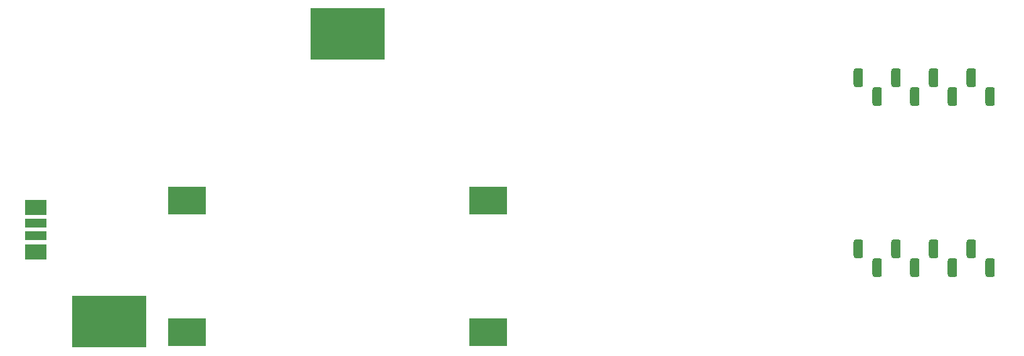
<source format=gtp>
%FSLAX24Y24*%
%MOIN*%
G70*
G01*
G75*
G04 Layer_Color=8421504*
G04:AMPARAMS|DCode=10|XSize=100mil|YSize=50mil|CornerRadius=12.5mil|HoleSize=0mil|Usage=FLASHONLY|Rotation=90.000|XOffset=0mil|YOffset=0mil|HoleType=Round|Shape=RoundedRectangle|*
%AMROUNDEDRECTD10*
21,1,0.1000,0.0250,0,0,90.0*
21,1,0.0750,0.0500,0,0,90.0*
1,1,0.0250,0.0125,0.0375*
1,1,0.0250,0.0125,-0.0375*
1,1,0.0250,-0.0125,-0.0375*
1,1,0.0250,-0.0125,0.0375*
%
%ADD10ROUNDEDRECTD10*%
%ADD11R,0.2000X0.1500*%
%ADD12R,0.1181X0.0457*%
%ADD13R,0.1181X0.0787*%
%ADD14R,0.3937X0.2756*%
%ADD15C,0.0197*%
%ADD16C,0.0100*%
%ADD17C,0.0200*%
%ADD18C,0.0100*%
%ADD19C,0.0200*%
%ADD20C,0.0591*%
%ADD21R,0.0591X0.0591*%
%ADD22O,0.0787X0.1575*%
%ADD23O,0.1575X0.0787*%
%ADD24O,0.0866X0.1732*%
%ADD25C,0.0600*%
%ADD26C,0.0787*%
%ADD27C,0.0079*%
%ADD28C,0.0300*%
%ADD29C,0.0090*%
%ADD30C,0.0020*%
%ADD31C,0.0118*%
%ADD32C,0.0059*%
%ADD33C,0.0070*%
D10*
X48520Y5840D02*
D03*
X50520D02*
D03*
X52520D02*
D03*
X54520D02*
D03*
X49520Y4840D02*
D03*
X51520D02*
D03*
X53520D02*
D03*
X55520D02*
D03*
Y13946D02*
D03*
X54520Y14946D02*
D03*
X52520D02*
D03*
X50520D02*
D03*
X48520D02*
D03*
X53520Y13946D02*
D03*
X51520D02*
D03*
X49520D02*
D03*
D11*
X12870Y8410D02*
D03*
Y1410D02*
D03*
X28870D02*
D03*
Y8410D02*
D03*
D12*
X4821Y7215D02*
D03*
Y6546D02*
D03*
D13*
Y8042D02*
D03*
Y5680D02*
D03*
D14*
X8730Y1970D02*
D03*
X21390Y17260D02*
D03*
M02*

</source>
